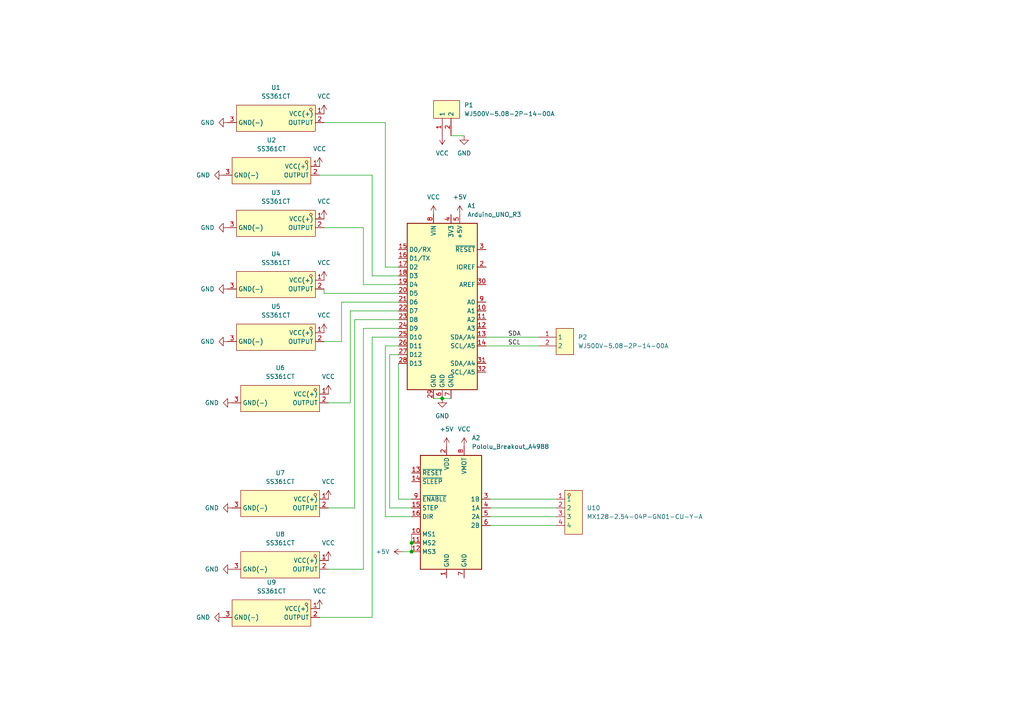
<source format=kicad_sch>
(kicad_sch (version 20230121) (generator eeschema)
  (paper "A4")
  (lib_symbols
    (symbol "Driver_Motor:Pololu_Breakout_A4988"
      (property "Reference" "A" (at -2.54 19.05 0))
      (property "Value" "Pololu_Breakout_A4988" (at -2.54 16.51 0))
      (symbol "Pololu_Breakout_A4988_0_1"
        (rectangle (start 10.16 -17.78) (end -7.62 15.24) (stroke (width 0.254)) (fill (type background)))
      )
      (symbol "Pololu_Breakout_A4988_1_1"
        (pin power_in line (at 0 -20.32 90) (length 2.54) (name "GND") (number "1"))
        (pin input line (at -10.16 -7.62 0) (length 2.54) (name "MS1") (number "10"))
        (pin input line (at -10.16 -10.16 0) (length 2.54) (name "MS2") (number "11"))
        (pin input line (at -10.16 -12.7 0) (length 2.54) (name "MS3") (number "12"))
        (pin input line (at -10.16 10.16 0) (length 2.54) (name "~{RESET}") (number "13"))
        (pin input line (at -10.16 7.62 0) (length 2.54) (name "~{SLEEP}") (number "14"))
        (pin input line (at -10.16 0 0) (length 2.54) (name "STEP") (number "15"))
        (pin input line (at -10.16 -2.54 0) (length 2.54) (name "DIR") (number "16"))
        (pin power_in line (at 0 17.78 270) (length 2.54) (name "VDD") (number "2"))
        (pin output line (at 12.7 2.54 180) (length 2.54) (name "1B") (number "3"))
        (pin output line (at 12.7 0 180) (length 2.54) (name "1A") (number "4"))
        (pin output line (at 12.7 -2.54 180) (length 2.54) (name "2A") (number "5"))
        (pin output line (at 12.7 -5.08 180) (length 2.54) (name "2B") (number "6"))
        (pin power_in line (at 5.08 -20.32 90) (length 2.54) (name "GND") (number "7"))
        (pin power_in line (at 5.08 17.78 270) (length 2.54) (name "VMOT") (number "8"))
        (pin input line (at -10.16 2.54 0) (length 2.54) (name "~{ENABLE}") (number "9"))
      )
    )
    (symbol "MCU_Module:Arduino_UNO_R3"
      (property "Reference" "A" (at -10.16 23.495 0))
      (property "Value" "Arduino_UNO_R3" (at 5.08 -26.67 0))
      (symbol "Arduino_UNO_R3_0_1"
        (rectangle (start -10.16 22.86) (end 10.16 -25.4) (stroke (width 0.254)) (fill (type background)))
      )
      (symbol "Arduino_UNO_R3_1_1"
        (pin no_connect line (at -10.16 -20.32 0) (length 2.54) hide (name "NC") (number "1"))
        (pin bidirectional line (at 12.7 -2.54 180) (length 2.54) (name "A1") (number "10"))
        (pin bidirectional line (at 12.7 -5.08 180) (length 2.54) (name "A2") (number "11"))
        (pin bidirectional line (at 12.7 -7.62 180) (length 2.54) (name "A3") (number "12"))
        (pin bidirectional line (at 12.7 -10.16 180) (length 2.54) (name "SDA/A4") (number "13"))
        (pin bidirectional line (at 12.7 -12.7 180) (length 2.54) (name "SCL/A5") (number "14"))
        (pin bidirectional line (at -12.7 15.24 0) (length 2.54) (name "D0/RX") (number "15"))
        (pin bidirectional line (at -12.7 12.7 0) (length 2.54) (name "D1/TX") (number "16"))
        (pin bidirectional line (at -12.7 10.16 0) (length 2.54) (name "D2") (number "17"))
        (pin bidirectional line (at -12.7 7.62 0) (length 2.54) (name "D3") (number "18"))
        (pin bidirectional line (at -12.7 5.08 0) (length 2.54) (name "D4") (number "19"))
        (pin output line (at 12.7 10.16 180) (length 2.54) (name "IOREF") (number "2"))
        (pin bidirectional line (at -12.7 2.54 0) (length 2.54) (name "D5") (number "20"))
        (pin bidirectional line (at -12.7 0 0) (length 2.54) (name "D6") (number "21"))
        (pin bidirectional line (at -12.7 -2.54 0) (length 2.54) (name "D7") (number "22"))
        (pin bidirectional line (at -12.7 -5.08 0) (length 2.54) (name "D8") (number "23"))
        (pin bidirectional line (at -12.7 -7.62 0) (length 2.54) (name "D9") (number "24"))
        (pin bidirectional line (at -12.7 -10.16 0) (length 2.54) (name "D10") (number "25"))
        (pin bidirectional line (at -12.7 -12.7 0) (length 2.54) (name "D11") (number "26"))
        (pin bidirectional line (at -12.7 -15.24 0) (length 2.54) (name "D12") (number "27"))
        (pin bidirectional line (at -12.7 -17.78 0) (length 2.54) (name "D13") (number "28"))
        (pin power_in line (at -2.54 -27.94 90) (length 2.54) (name "GND") (number "29"))
        (pin input line (at 12.7 15.24 180) (length 2.54) (name "~{RESET}") (number "3"))
        (pin input line (at 12.7 5.08 180) (length 2.54) (name "AREF") (number "30"))
        (pin bidirectional line (at 12.7 -17.78 180) (length 2.54) (name "SDA/A4") (number "31"))
        (pin bidirectional line (at 12.7 -20.32 180) (length 2.54) (name "SCL/A5") (number "32"))
        (pin power_out line (at 2.54 25.4 270) (length 2.54) (name "3V3") (number "4"))
        (pin power_out line (at 5.08 25.4 270) (length 2.54) (name "+5V") (number "5"))
        (pin power_in line (at 0 -27.94 90) (length 2.54) (name "GND") (number "6"))
        (pin power_in line (at 2.54 -27.94 90) (length 2.54) (name "GND") (number "7"))
        (pin power_in line (at -2.54 25.4 270) (length 2.54) (name "VIN") (number "8"))
        (pin bidirectional line (at 12.7 0 180) (length 2.54) (name "A0") (number "9"))
      )
    )
    (symbol "New:MX128-2.54-04P-GN01-CU-Y-A"
      (property "Reference" "U" (at 0 8.89 0))
      (property "Value" "MX128-2.54-04P-GN01-CU-Y-A" (at 0 -8.89 0))
      (symbol "MX128-2.54-04P-GN01-CU-Y-A_0_1"
        (rectangle (start -2.54 6.35) (end 2.54 -6.35) (fill (type background)))
        (circle (center -1.27 5.08) (radius 0.38))
        (pin unspecified line (at -5.08 3.81 0) (length 2.54) (name "1") (number "1"))
        (pin unspecified line (at -5.08 1.27 0) (length 2.54) (name "2") (number "2"))
        (pin unspecified line (at -5.08 -1.27 0) (length 2.54) (name "3") (number "3"))
        (pin unspecified line (at -5.08 -3.81 0) (length 2.54) (name "4") (number "4"))
      )
    )
    (symbol "New:SS361CT"
      (property "Reference" "U" (at 0 7.62 0))
      (property "Value" "SS361CT" (at 0 -5.08 0))
      (symbol "SS361CT_0_1"
        (rectangle (start -12.7 5.08) (end 10.16 -2.54) (fill (type background)))
        (circle (center -11.43 3.81) (radius 0.38))
        (pin unspecified line (at -15.24 2.54 0) (length 2.54) (name "VCC(+)") (number "1"))
        (pin unspecified line (at -15.24 0 0) (length 2.54) (name "OUTPUT") (number "2"))
        (pin unspecified line (at 12.7 0 180) (length 2.54) (name "GND(-)") (number "3"))
      )
    )
    (symbol "New:WJ500V-5.08-2P-14-00A"
      (property "Reference" "P" (at 0 0 0))
      (property "Value" "WJ500V-5.08-2P-14-00A" (at 0 -10.16 0))
      (symbol "WJ500V-5.08-2P-14-00A_0_1"
        (rectangle (start -3.81 5.08) (end 3.81 0) (fill (type background)))
        (pin unspecified line (at -1.27 -5.08 90) (length 5.08) (name "1") (number "1"))
        (pin unspecified line (at 1.27 -5.08 90) (length 5.08) (name "2") (number "2"))
      )
    )
    (symbol "power:+5V" (power) (pin_names (offset 0))
      (property "Value" "+5V" (at 0 3.556 0))
      (symbol "+5V_0_1"
        (polyline (pts (xy -0.762 1.27) (xy 0 2.54)))
        (polyline (pts (xy 0 0) (xy 0 2.54)))
        (polyline (pts (xy 0 2.54) (xy 0.762 1.27)))
      )
      (symbol "+5V_1_1"
        (pin power_in line (at 0 0 90) (length 0) hide (name "+5V") (number "1"))
      )
    )
    (symbol "power:GND" (power) (pin_names (offset 0))
      (property "Value" "GND" (at 0 -3.81 0))
      (symbol "GND_0_1"
        (polyline (pts (xy 0 0) (xy 0 -1.27) (xy 1.27 -1.27) (xy 0 -2.54) (xy -1.27 -1.27) (xy 0 -1.27)))
      )
      (symbol "GND_1_1"
        (pin power_in line (at 0 0 270) (length 0) hide (name "GND") (number "1"))
      )
    )
    (symbol "power:VCC" (power) (pin_names (offset 0))
      (property "Value" "VCC" (at 0 3.81 0))
      (symbol "VCC_0_1"
        (polyline (pts (xy -0.762 1.27) (xy 0 2.54)))
        (polyline (pts (xy 0 0) (xy 0 2.54)))
        (polyline (pts (xy 0 2.54) (xy 0.762 1.27)))
      )
      (symbol "VCC_1_1"
        (pin power_in line (at 0 0 90) (length 0) hide (name "VCC") (number "1"))
      )
    )
  )
  (junction (at 119.38 157.48))
  (junction (at 119.38 160.02))
  (junction (at 128.27 115.57))
  (wire (pts (xy 156.21 97.79) (xy 140.97 97.79)))
  (wire (pts (xy 161.29 144.78) (xy 142.24 144.78)))
  (wire (pts (xy 156.21 100.33) (xy 140.97 100.33)))
  (wire (pts (xy 95.25 147.32) (xy 102.87 147.32)))
  (wire (pts (xy 92.71 179.07) (xy 107.95 179.07)))
  (wire (pts (xy 93.98 85.09) (xy 93.98 83.82)))
  (wire (pts (xy 111.76 77.47) (xy 115.57 77.47)))
  (wire (pts (xy 119.38 147.32) (xy 113.03 147.32)))
  (wire (pts (xy 128.27 115.57) (xy 130.81 115.57)))
  (wire (pts (xy 125.73 115.57) (xy 128.27 115.57)))
  (wire (pts (xy 102.87 92.71) (xy 115.57 92.71)))
  (wire (pts (xy 119.38 154.94) (xy 119.38 157.48)))
  (wire (pts (xy 119.38 149.86) (xy 111.76 149.86)))
  (wire (pts (xy 105.41 82.55) (xy 115.57 82.55)))
  (wire (pts (xy 119.38 157.48) (xy 119.38 160.02)))
  (wire (pts (xy 92.71 50.8) (xy 107.95 50.8)))
  (wire (pts (xy 101.6 116.84) (xy 101.6 90.17)))
  (wire (pts (xy 107.95 97.79) (xy 115.57 97.79)))
  (wire (pts (xy 111.76 149.86) (xy 111.76 100.33)))
  (wire (pts (xy 116.84 160.02) (xy 119.38 160.02)))
  (wire (pts (xy 99.06 99.06) (xy 99.06 87.63)))
  (wire (pts (xy 105.41 66.04) (xy 105.41 82.55)))
  (wire (pts (xy 161.29 147.32) (xy 142.24 147.32)))
  (wire (pts (xy 105.41 95.25) (xy 115.57 95.25)))
  (wire (pts (xy 93.98 35.56) (xy 111.76 35.56)))
  (wire (pts (xy 95.25 165.1) (xy 105.41 165.1)))
  (wire (pts (xy 107.95 50.8) (xy 107.95 80.01)))
  (wire (pts (xy 99.06 87.63) (xy 115.57 87.63)))
  (wire (pts (xy 101.6 90.17) (xy 115.57 90.17)))
  (wire (pts (xy 161.29 149.86) (xy 142.24 149.86)))
  (wire (pts (xy 93.98 66.04) (xy 105.41 66.04)))
  (wire (pts (xy 107.95 179.07) (xy 107.95 97.79)))
  (wire (pts (xy 93.98 85.09) (xy 115.57 85.09)))
  (wire (pts (xy 93.98 99.06) (xy 99.06 99.06)))
  (wire (pts (xy 102.87 147.32) (xy 102.87 92.71)))
  (wire (pts (xy 111.76 35.56) (xy 111.76 77.47)))
  (wire (pts (xy 113.03 147.32) (xy 113.03 102.87)))
  (wire (pts (xy 115.57 144.78) (xy 115.57 105.41)))
  (wire (pts (xy 161.29 152.4) (xy 142.24 152.4)))
  (wire (pts (xy 111.76 100.33) (xy 115.57 100.33)))
  (wire (pts (xy 113.03 102.87) (xy 115.57 102.87)))
  (wire (pts (xy 95.25 116.84) (xy 101.6 116.84)))
  (wire (pts (xy 134.62 39.37) (xy 130.81 39.37)))
  (wire (pts (xy 107.95 80.01) (xy 115.57 80.01)))
  (wire (pts (xy 105.41 165.1) (xy 105.41 95.25)))
  (wire (pts (xy 119.38 144.78) (xy 115.57 144.78)))
  (label "SDA" (at 147.32 97.79 0))
  (label "SCL" (at 147.32 100.33 0))
  (symbol (lib_id "power:VCC") (at 93.98 33.02 0) (mirror y) (unit 1)
    (property "Reference" "#PWR02" (effects hide))
    (property "Value" "VCC" (at 93.98 27.94 0))
  )
  (symbol (lib_id "MCU_Module:Arduino_UNO_R3") (at 128.27 87.63 0) (unit 1)
    (property "Reference" "A1" (at 135.5441 59.69 0) (effects (justify left)))
    (property "Value" "Arduino_UNO_R3" (at 135.5441 62.23 0) (effects (justify left)))
    (property "Footprint" "Module:Arduino_UNO_R3" (effects hide))
    (property "Datasheet" "https://www.arduino.cc/en/Main/arduinoBoardUno" (effects hide))
  )
  (symbol (lib_id "power:GND") (at 66.04 66.04 270) (mirror x) (unit 1)
    (property "Reference" "#PWR07" (effects hide))
    (property "Value" "GND" (at 62.23 66.04 90) (effects (justify right)))
  )
  (symbol (lib_id "power:VCC") (at 128.27 39.37 180) (unit 1)
    (property "Reference" "#PWR025" (effects hide))
    (property "Value" "VCC" (at 128.27 44.45 0))
  )
  (symbol (lib_id "power:GND") (at 134.62 39.37 0) (unit 1)
    (property "Reference" "#PWR026" (effects hide))
    (property "Value" "GND" (at 134.62 44.45 0))
  )
  (symbol (lib_id "New:SS361CT") (at 78.74 83.82 0) (mirror y) (unit 1)
    (property "Reference" "U4" (at 80.01 73.66 0))
    (property "Value" "SS361CT" (at 80.01 76.2 0))
    (property "Footprint" "New:SOT-23-3_L2.9-W1.3-P1.90-LS2.4-BR" (effects hide))
    (property "Datasheet" "https://lcsc.com/product-detail/Magnetic-Sensors_Honeywell-SS361CT_C396072.html" (effects hide))
    (property "LCSC Part" "C396072" (effects hide))
  )
  (symbol (lib_id "power:GND") (at 66.04 35.56 270) (mirror x) (unit 1)
    (property "Reference" "#PWR01" (effects hide))
    (property "Value" "GND" (at 62.23 35.56 90) (effects (justify right)))
  )
  (symbol (lib_id "power:GND") (at 67.31 147.32 270) (mirror x) (unit 1)
    (property "Reference" "#PWR013" (effects hide))
    (property "Value" "GND" (at 63.5 147.32 90) (effects (justify right)))
  )
  (symbol (lib_id "power:VCC") (at 95.25 162.56 0) (mirror y) (unit 1)
    (property "Reference" "#PWR018" (effects hide))
    (property "Value" "VCC" (at 95.25 157.48 0))
  )
  (symbol (lib_id "New:SS361CT") (at 78.74 99.06 0) (mirror y) (unit 1)
    (property "Reference" "U5" (at 80.01 88.9 0))
    (property "Value" "SS361CT" (at 80.01 91.44 0))
    (property "Footprint" "New:SOT-23-3_L2.9-W1.3-P1.90-LS2.4-BR" (effects hide))
    (property "Datasheet" "https://lcsc.com/product-detail/Magnetic-Sensors_Honeywell-SS361CT_C396072.html" (effects hide))
    (property "LCSC Part" "C396072" (effects hide))
  )
  (symbol (lib_id "power:VCC") (at 93.98 63.5 0) (mirror y) (unit 1)
    (property "Reference" "#PWR08" (effects hide))
    (property "Value" "VCC" (at 93.98 58.42 0))
  )
  (symbol (lib_id "New:SS361CT") (at 80.01 165.1 0) (mirror y) (unit 1)
    (property "Reference" "U8" (at 81.28 154.94 0))
    (property "Value" "SS361CT" (at 81.28 157.48 0))
    (property "Footprint" "New:SOT-23-3_L2.9-W1.3-P1.90-LS2.4-BR" (effects hide))
    (property "Datasheet" "https://lcsc.com/product-detail/Magnetic-Sensors_Honeywell-SS361CT_C396072.html" (effects hide))
    (property "LCSC Part" "C396072" (effects hide))
  )
  (symbol (lib_id "power:GND") (at 64.77 179.07 270) (mirror x) (unit 1)
    (property "Reference" "#PWR019" (effects hide))
    (property "Value" "GND" (at 60.96 179.07 90) (effects (justify right)))
  )
  (symbol (lib_id "New:SS361CT") (at 80.01 147.32 0) (mirror y) (unit 1)
    (property "Reference" "U7" (at 81.28 137.16 0))
    (property "Value" "SS361CT" (at 81.28 139.7 0))
    (property "Footprint" "New:SOT-23-3_L2.9-W1.3-P1.90-LS2.4-BR" (effects hide))
    (property "Datasheet" "https://lcsc.com/product-detail/Magnetic-Sensors_Honeywell-SS361CT_C396072.html" (effects hide))
    (property "LCSC Part" "C396072" (effects hide))
  )
  (symbol (lib_id "New:MX128-2.54-04P-GN01-CU-Y-A") (at 166.37 148.59 0) (unit 1)
    (property "Reference" "U10" (at 170.18 147.32 0) (effects (justify left)))
    (property "Value" "MX128-2.54-04P-GN01-CU-Y-A" (at 170.18 149.86 0) (effects (justify left)))
    (property "Footprint" "New:CONN-TH_4P-P2.54_MX128-2.54-GN01-04P-CU-Y-A" (effects hide))
    (property "LCSC Part" "C5188444" (effects hide))
  )
  (symbol (lib_id "power:GND") (at 67.31 165.1 270) (mirror x) (unit 1)
    (property "Reference" "#PWR014" (effects hide))
    (property "Value" "GND" (at 63.5 165.1 90) (effects (justify right)))
  )
  (symbol (lib_id "power:GND") (at 67.31 116.84 270) (mirror x) (unit 1)
    (property "Reference" "#PWR012" (effects hide))
    (property "Value" "GND" (at 63.5 116.84 90) (effects (justify right)))
  )
  (symbol (lib_id "power:VCC") (at 93.98 96.52 0) (mirror y) (unit 1)
    (property "Reference" "#PWR015" (effects hide))
    (property "Value" "VCC" (at 93.98 91.44 0))
  )
  (symbol (lib_id "power:VCC") (at 134.62 129.54 0) (unit 1)
    (property "Reference" "#PWR021" (effects hide))
    (property "Value" "VCC" (at 134.62 124.46 0))
  )
  (symbol (lib_id "New:WJ500V-5.08-2P-14-00A") (at 129.54 34.29 0) (unit 1)
    (property "Reference" "P1" (at 134.62 30.48 0) (effects (justify left)))
    (property "Value" "WJ500V-5.08-2P-14-00A" (at 134.62 33.02 0) (effects (justify left)))
    (property "Footprint" "New:CONN-TH_2P-P5.00_WJ500V-5.08-2P" (effects hide))
    (property "Datasheet" "https://lcsc.com/product-detail/Terminal-Blocks_WJ500V-5-08-2P_C8465.html" (effects hide))
    (property "LCSC Part" "C8465" (effects hide))
  )
  (symbol (lib_id "power:GND") (at 66.04 99.06 270) (mirror x) (unit 1)
    (property "Reference" "#PWR011" (effects hide))
    (property "Value" "GND" (at 62.23 99.06 90) (effects (justify right)))
  )
  (symbol (lib_id "power:GND") (at 128.27 115.57 0) (unit 1)
    (property "Reference" "#PWR04" (effects hide))
    (property "Value" "GND" (at 128.27 120.65 0))
  )
  (symbol (lib_id "power:+5V") (at 129.54 129.54 0) (unit 1)
    (property "Reference" "#PWR023" (effects hide))
    (property "Value" "+5V" (at 129.54 124.46 0))
  )
  (symbol (lib_id "power:GND") (at 66.04 83.82 270) (mirror x) (unit 1)
    (property "Reference" "#PWR09" (effects hide))
    (property "Value" "GND" (at 62.23 83.82 90) (effects (justify right)))
  )
  (symbol (lib_id "New:WJ500V-5.08-2P-14-00A") (at 161.29 99.06 270) (unit 1)
    (property "Reference" "P2" (at 167.64 97.79 90) (effects (justify left)))
    (property "Value" "WJ500V-5.08-2P-14-00A" (at 167.64 100.33 90) (effects (justify left)))
    (property "Footprint" "New:CONN-TH_2P-P5.00_WJ500V-5.08-2P" (effects hide))
    (property "Datasheet" "https://lcsc.com/product-detail/Terminal-Blocks_WJ500V-5-08-2P_C8465.html" (effects hide))
    (property "LCSC Part" "C8465" (effects hide))
  )
  (symbol (lib_id "New:SS361CT") (at 78.74 35.56 0) (mirror y) (unit 1)
    (property "Reference" "U1" (at 80.01 25.4 0))
    (property "Value" "SS361CT" (at 80.01 27.94 0))
    (property "Footprint" "New:SOT-23-3_L2.9-W1.3-P1.90-LS2.4-BR" (effects hide))
    (property "Datasheet" "https://lcsc.com/product-detail/Magnetic-Sensors_Honeywell-SS361CT_C396072.html" (effects hide))
    (property "LCSC Part" "C396072" (effects hide))
  )
  (symbol (lib_id "power:+5V") (at 116.84 160.02 90) (unit 1)
    (property "Reference" "#PWR024" (effects hide))
    (property "Value" "+5V" (at 113.03 160.02 90) (effects (justify left)))
  )
  (symbol (lib_id "New:SS361CT") (at 77.47 50.8 0) (mirror y) (unit 1)
    (property "Reference" "U2" (at 78.74 40.64 0))
    (property "Value" "SS361CT" (at 78.74 43.18 0))
    (property "Footprint" "New:SOT-23-3_L2.9-W1.3-P1.90-LS2.4-BR" (effects hide))
    (property "Datasheet" "https://lcsc.com/product-detail/Magnetic-Sensors_Honeywell-SS361CT_C396072.html" (effects hide))
    (property "LCSC Part" "C396072" (effects hide))
  )
  (symbol (lib_id "power:VCC") (at 92.71 48.26 0) (mirror y) (unit 1)
    (property "Reference" "#PWR06" (effects hide))
    (property "Value" "VCC" (at 92.71 43.18 0))
  )
  (symbol (lib_id "New:SS361CT") (at 77.47 179.07 0) (mirror y) (unit 1)
    (property "Reference" "U9" (at 78.74 168.91 0))
    (property "Value" "SS361CT" (at 78.74 171.45 0))
    (property "Footprint" "New:SOT-23-3_L2.9-W1.3-P1.90-LS2.4-BR" (effects hide))
    (property "Datasheet" "https://lcsc.com/product-detail/Magnetic-Sensors_Honeywell-SS361CT_C396072.html" (effects hide))
    (property "LCSC Part" "C396072" (effects hide))
  )
  (symbol (lib_id "power:GND") (at 64.77 50.8 270) (mirror x) (unit 1)
    (property "Reference" "#PWR05" (effects hide))
    (property "Value" "GND" (at 60.96 50.8 90) (effects (justify right)))
  )
  (symbol (lib_id "New:SS361CT") (at 80.01 116.84 0) (mirror y) (unit 1)
    (property "Reference" "U6" (at 81.28 106.68 0))
    (property "Value" "SS361CT" (at 81.28 109.22 0))
    (property "Footprint" "New:SOT-23-3_L2.9-W1.3-P1.90-LS2.4-BR" (effects hide))
    (property "Datasheet" "https://lcsc.com/product-detail/Magnetic-Sensors_Honeywell-SS361CT_C396072.html" (effects hide))
    (property "LCSC Part" "C396072" (effects hide))
  )
  (symbol (lib_id "power:VCC") (at 93.98 81.28 0) (mirror y) (unit 1)
    (property "Reference" "#PWR010" (effects hide))
    (property "Value" "VCC" (at 93.98 76.2 0))
  )
  (symbol (lib_id "Driver_Motor:Pololu_Breakout_A4988") (at 129.54 147.32 0) (unit 1)
    (property "Reference" "A2" (at 136.8141 127 0) (effects (justify left)))
    (property "Value" "Pololu_Breakout_A4988" (at 136.8141 129.54 0) (effects (justify left)))
    (property "Footprint" "Module:Pololu_Breakout-16_15.2x20.3mm" (effects hide))
    (property "Datasheet" "https://www.pololu.com/product/2980/pictures" (effects hide))
  )
  (symbol (lib_id "power:VCC") (at 95.25 114.3 0) (mirror y) (unit 1)
    (property "Reference" "#PWR016" (effects hide))
    (property "Value" "VCC" (at 95.25 109.22 0))
  )
  (symbol (lib_id "power:+5V") (at 133.35 62.23 0) (unit 1)
    (property "Reference" "#PWR022" (effects hide))
    (property "Value" "+5V" (at 133.35 57.15 0))
  )
  (symbol (lib_id "power:VCC") (at 125.73 62.23 0) (unit 1)
    (property "Reference" "#PWR03" (effects hide))
    (property "Value" "VCC" (at 125.73 57.15 0))
  )
  (symbol (lib_id "New:SS361CT") (at 78.74 66.04 0) (mirror y) (unit 1)
    (property "Reference" "U3" (at 80.01 55.88 0))
    (property "Value" "SS361CT" (at 80.01 58.42 0))
    (property "Footprint" "New:SOT-23-3_L2.9-W1.3-P1.90-LS2.4-BR" (effects hide))
    (property "Datasheet" "https://lcsc.com/product-detail/Magnetic-Sensors_Honeywell-SS361CT_C396072.html" (effects hide))
    (property "LCSC Part" "C396072" (effects hide))
  )
  (symbol (lib_id "power:VCC") (at 95.25 144.78 0) (mirror y) (unit 1)
    (property "Reference" "#PWR017" (effects hide))
    (property "Value" "VCC" (at 95.25 139.7 0))
  )
  (symbol (lib_id "power:VCC") (at 92.71 176.53 0) (mirror y) (unit 1)
    (property "Reference" "#PWR020" (effects hide))
    (property "Value" "VCC" (at 92.71 171.45 0))
  )
)
</source>
